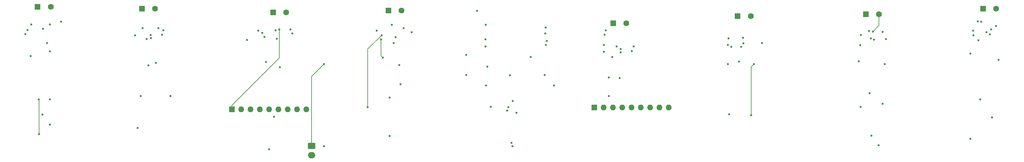
<source format=gbr>
%TF.GenerationSoftware,KiCad,Pcbnew,8.0.8*%
%TF.CreationDate,2025-05-04T20:59:53-05:00*%
%TF.ProjectId,Feedback_sleeve,46656564-6261-4636-9b5f-736c65657665,rev?*%
%TF.SameCoordinates,Original*%
%TF.FileFunction,Copper,L2,Inr*%
%TF.FilePolarity,Positive*%
%FSLAX46Y46*%
G04 Gerber Fmt 4.6, Leading zero omitted, Abs format (unit mm)*
G04 Created by KiCad (PCBNEW 8.0.8) date 2025-05-04 20:59:53*
%MOMM*%
%LPD*%
G01*
G04 APERTURE LIST*
G04 Aperture macros list*
%AMRoundRect*
0 Rectangle with rounded corners*
0 $1 Rounding radius*
0 $2 $3 $4 $5 $6 $7 $8 $9 X,Y pos of 4 corners*
0 Add a 4 corners polygon primitive as box body*
4,1,4,$2,$3,$4,$5,$6,$7,$8,$9,$2,$3,0*
0 Add four circle primitives for the rounded corners*
1,1,$1+$1,$2,$3*
1,1,$1+$1,$4,$5*
1,1,$1+$1,$6,$7*
1,1,$1+$1,$8,$9*
0 Add four rect primitives between the rounded corners*
20,1,$1+$1,$2,$3,$4,$5,0*
20,1,$1+$1,$4,$5,$6,$7,0*
20,1,$1+$1,$6,$7,$8,$9,0*
20,1,$1+$1,$8,$9,$2,$3,0*%
G04 Aperture macros list end*
%TA.AperFunction,ComponentPad*%
%ADD10RoundRect,0.250000X-0.550000X-0.550000X0.550000X-0.550000X0.550000X0.550000X-0.550000X0.550000X0*%
%TD*%
%TA.AperFunction,ComponentPad*%
%ADD11C,1.600000*%
%TD*%
%TA.AperFunction,ComponentPad*%
%ADD12R,1.600000X1.600000*%
%TD*%
%TA.AperFunction,ComponentPad*%
%ADD13O,1.600000X1.600000*%
%TD*%
%TA.AperFunction,ComponentPad*%
%ADD14RoundRect,0.250000X-0.750000X0.600000X-0.750000X-0.600000X0.750000X-0.600000X0.750000X0.600000X0*%
%TD*%
%TA.AperFunction,ComponentPad*%
%ADD15O,2.000000X1.700000*%
%TD*%
%TA.AperFunction,ViaPad*%
%ADD16C,0.600000*%
%TD*%
%TA.AperFunction,Conductor*%
%ADD17C,0.200000*%
%TD*%
G04 APERTURE END LIST*
D10*
%TO.N,Net-(J7-Pin_1)*%
%TO.C,J7*%
X242900000Y-17500000D03*
D11*
%TO.N,Net-(J7-Pin_2)*%
X246500000Y-17500000D03*
%TD*%
D10*
%TO.N,Net-(J8-Pin_1)*%
%TO.C,J8*%
X274900000Y-16000000D03*
D11*
%TO.N,Net-(J8-Pin_2)*%
X278500000Y-16000000D03*
%TD*%
D10*
%TO.N,Net-(J2-Pin_1)*%
%TO.C,J2*%
X45200000Y-16000000D03*
D11*
%TO.N,Net-(J2-Pin_2)*%
X48800000Y-16000000D03*
%TD*%
D10*
%TO.N,Net-(J6-Pin_1)*%
%TO.C,J6*%
X207900000Y-18000000D03*
D11*
%TO.N,Net-(J6-Pin_2)*%
X211500000Y-18000000D03*
%TD*%
D10*
%TO.N,Net-(J3-Pin_1)*%
%TO.C,J3*%
X81000000Y-17000000D03*
D11*
%TO.N,Net-(J3-Pin_2)*%
X84600000Y-17000000D03*
%TD*%
D12*
%TO.N,Net-(RN1-common)*%
%TO.C,RN2*%
X69760000Y-43500000D03*
D13*
%TO.N,Net-(RN2-R1)*%
X72300000Y-43500000D03*
%TO.N,Net-(RN2-R2)*%
X74840000Y-43500000D03*
%TO.N,Net-(RN2-R3)*%
X77380000Y-43500000D03*
%TO.N,Net-(RN2-R4)*%
X79920000Y-43500000D03*
%TO.N,Net-(RN2-R5)*%
X82460000Y-43500000D03*
%TO.N,Net-(RN2-R6)*%
X85000000Y-43500000D03*
%TO.N,Net-(RN2-R7)*%
X87540000Y-43500000D03*
%TO.N,Net-(RN2-R8)*%
X90080000Y-43500000D03*
%TD*%
D14*
%TO.N,Net-(J9-Pin_1)*%
%TO.C,J9*%
X91500000Y-53500000D03*
D15*
%TO.N,Net-(J9-Pin_2)*%
X91500000Y-56000000D03*
%TD*%
D10*
%TO.N,Net-(J4-Pin_1)*%
%TO.C,J4*%
X112500000Y-16500000D03*
D11*
%TO.N,Net-(J4-Pin_2)*%
X116100000Y-16500000D03*
%TD*%
D12*
%TO.N,Net-(RN1-common)*%
%TO.C,RN1*%
X168760000Y-43000000D03*
D13*
%TO.N,Net-(RN1-R1)*%
X171300000Y-43000000D03*
%TO.N,Net-(RN1-R2)*%
X173840000Y-43000000D03*
%TO.N,Net-(RN1-R3)*%
X176380000Y-43000000D03*
%TO.N,Net-(RN1-R4)*%
X178920000Y-43000000D03*
%TO.N,Net-(RN1-R5)*%
X181460000Y-43000000D03*
%TO.N,Net-(RN1-R6)*%
X184000000Y-43000000D03*
%TO.N,Net-(RN1-R7)*%
X186540000Y-43000000D03*
%TO.N,Net-(RN1-R8)*%
X189080000Y-43000000D03*
%TD*%
D10*
%TO.N,Net-(J1-Pin_1)*%
%TO.C,J1*%
X16700000Y-15500000D03*
D11*
%TO.N,Net-(J1-Pin_2)*%
X20300000Y-15500000D03*
%TD*%
D10*
%TO.N,Net-(J5-Pin_1)*%
%TO.C,J5*%
X173900000Y-20000000D03*
D11*
%TO.N,Net-(J5-Pin_2)*%
X177500000Y-20000000D03*
%TD*%
D16*
%TO.N,Net-(U1-GND)*%
X17095500Y-50321100D03*
X171377100Y-27752000D03*
X205594700Y-44905300D03*
X14834800Y-28967500D03*
X179017600Y-27617400D03*
X47589500Y-23225400D03*
X110467800Y-24348000D03*
X172682700Y-34819700D03*
X112842700Y-40329300D03*
X208245400Y-30467500D03*
X50728400Y-23100000D03*
X209432800Y-25440000D03*
X272252400Y-23280900D03*
X171566300Y-23086900D03*
X79067000Y-30518700D03*
X46961400Y-31470500D03*
X244401700Y-50745200D03*
X243947400Y-39076400D03*
X44866000Y-39904100D03*
X17001400Y-40829300D03*
X240951400Y-30411500D03*
X274157400Y-40829300D03*
X78663200Y-23693200D03*
X271418700Y-28282100D03*
X110979400Y-29408200D03*
X155457500Y-21133100D03*
X13395100Y-22941500D03*
X214570700Y-25376200D03*
X245123800Y-24500000D03*
%TO.N,Net-(U2-REG)*%
X274410700Y-19564400D03*
X279125700Y-29974700D03*
%TO.N,Net-(U4-REG)*%
X175674700Y-34923400D03*
%TO.N,Net-(U5-REG)*%
X113469400Y-20366500D03*
X115453800Y-31382200D03*
%TO.N,Net-(U10-REG)*%
X45411400Y-21344600D03*
X49065500Y-30811900D03*
%TO.N,Net-(U6-REG)*%
X15016300Y-20335300D03*
X20090700Y-47685200D03*
%TO.N,Net-(U9-REG)*%
X76938700Y-22008700D03*
X82922700Y-31970500D03*
%TO.N,Net-(U7-REG)*%
X243781600Y-22118400D03*
X246384400Y-53336900D03*
%TO.N,Net-(J1-Pin_1)*%
X19292700Y-25376200D03*
%TO.N,Net-(J1-Pin_2)*%
X23082700Y-19564400D03*
%TO.N,Net-(J2-Pin_2)*%
X51017600Y-21908700D03*
%TO.N,Net-(J2-Pin_1)*%
X47668900Y-24070700D03*
%TO.N,Net-(J3-Pin_2)*%
X85786700Y-21656900D03*
%TO.N,Net-(J3-Pin_1)*%
X86280400Y-22742700D03*
%TO.N,Net-(J4-Pin_1)*%
X114461700Y-23761600D03*
%TO.N,Net-(J4-Pin_2)*%
X118886400Y-22470300D03*
%TO.N,Net-(J5-Pin_2)*%
X179457200Y-26300300D03*
%TO.N,Net-(J5-Pin_1)*%
X175926200Y-27900000D03*
%TO.N,Net-(J6-Pin_1)*%
X208896100Y-26420700D03*
%TO.N,Net-(J7-Pin_1)*%
X248395400Y-24250000D03*
%TO.N,Net-(J7-Pin_2)*%
X244868400Y-22227600D03*
%TO.N,Net-(J8-Pin_1)*%
X276779600Y-23010400D03*
%TO.N,Net-(J8-Pin_2)*%
X277122500Y-21666800D03*
%TO.N,Net-(J9-Pin_1)*%
X145754700Y-34211000D03*
X94890700Y-31188000D03*
%TO.N,Net-(U1-PC01_A1_D1)*%
X173685700Y-29242000D03*
X171845900Y-21950500D03*
X139125100Y-20375000D03*
%TO.N,Net-(U1-PC05_A5_D5_SCL)*%
X139557100Y-31818900D03*
%TO.N,Net-(U1-PA03_A8_D8_SCK)*%
X82011000Y-24176200D03*
%TO.N,Net-(U1-PC00_A0_D0)*%
X273512700Y-19481600D03*
X273612700Y-24641500D03*
X136778700Y-16617400D03*
%TO.N,Net-(U1-PC06_A6_D6_TX)*%
X133786700Y-34093900D03*
X205249400Y-31188000D03*
X206170900Y-26416600D03*
%TO.N,Net-(U1-PC02_A2_D2)*%
X139058900Y-24413400D03*
X113954100Y-25376200D03*
%TO.N,Net-(U1-PA04_A9_D9_MISO)*%
X46445800Y-24270700D03*
X151344000Y-29168400D03*
%TO.N,Net-(U1-PC04_A4_D4_SDA)*%
X133786700Y-28647700D03*
%TO.N,Net-(U1-PC07_A7_D7_RX)*%
X155190200Y-34138800D03*
%TO.N,Net-(U1-PC03_A3_D3)*%
X139058900Y-26342800D03*
X241421900Y-25985700D03*
%TO.N,Net-(RN1-common)*%
X139214400Y-36999800D03*
X247484100Y-22339600D03*
X157739200Y-36999800D03*
X20092300Y-40829300D03*
X20090700Y-27682400D03*
X116668800Y-21334700D03*
X53002700Y-39905700D03*
X115830300Y-36619000D03*
X82695300Y-21708700D03*
X278429300Y-20774000D03*
X20090700Y-20330100D03*
X248039400Y-31188000D03*
X247482700Y-41982700D03*
X212337400Y-31188000D03*
X211578700Y-45078700D03*
X175924200Y-26989200D03*
X49716200Y-21330200D03*
X155381200Y-22754500D03*
X209417200Y-23983900D03*
%TO.N,Net-(RN1-R6)*%
X81279700Y-45523400D03*
X81692800Y-21917300D03*
%TO.N,Net-(RN1-R7)*%
X205374400Y-24104900D03*
%TO.N,Net-(RN1-R2)*%
X18070000Y-44981300D03*
X18194400Y-21458700D03*
%TO.N,Net-(RN1-R8)*%
X205233400Y-25927500D03*
%TO.N,Net-(RN1-R5)*%
X78041100Y-22633100D03*
X79930700Y-54435200D03*
%TO.N,Net-(RN1-R3)*%
X43340400Y-23250000D03*
X44026700Y-48623400D03*
%TO.N,Net-(RN1-R1)*%
X13996600Y-21818200D03*
X145314800Y-42912200D03*
%TO.N,Net-(RN1-R4)*%
X144991400Y-43836400D03*
%TO.N,Net-(RN2-R5)*%
X277402700Y-45717500D03*
X275844500Y-22470700D03*
%TO.N,Net-(RN2-R6)*%
X146389300Y-53624600D03*
X272168000Y-21999100D03*
X94871000Y-53624600D03*
X271418700Y-51529300D03*
%TO.N,Net-(RN2-R7)*%
X155792100Y-24795800D03*
X147504600Y-44475500D03*
X244286900Y-24161600D03*
%TO.N,Net-(RN2-R4)*%
X146160000Y-52645400D03*
X171326500Y-25862500D03*
X155558000Y-25896600D03*
%TO.N,Net-(RN2-R8)*%
X241531400Y-23154400D03*
X241498700Y-42811600D03*
%TO.N,Net-(RN2-R2)*%
X140461900Y-42812200D03*
X106858700Y-42942100D03*
X110618800Y-23261600D03*
%TO.N,Net-(RN2-R3)*%
X172682700Y-39905700D03*
X174878000Y-26284700D03*
X146470800Y-41259900D03*
%TO.N,Net-(RN2-R1)*%
X73946700Y-24529200D03*
X112842700Y-50827800D03*
X109318900Y-22028000D03*
%TD*%
D17*
%TO.N,Net-(U1-GND)*%
X110467800Y-24348000D02*
X110467800Y-28896600D01*
X110467800Y-28896600D02*
X110979400Y-29408200D01*
X17001400Y-40829300D02*
X17095500Y-40923400D01*
X17095500Y-40923400D02*
X17095500Y-50321100D01*
%TO.N,Net-(J7-Pin_2)*%
X246500000Y-17500000D02*
X246500000Y-20596000D01*
X246500000Y-20596000D02*
X244868400Y-22227600D01*
%TO.N,Net-(J9-Pin_1)*%
X91500000Y-34578700D02*
X91500000Y-53500000D01*
X94890700Y-31188000D02*
X91500000Y-34578700D01*
%TO.N,Net-(RN1-common)*%
X211578700Y-31946700D02*
X212337400Y-31188000D01*
X211578700Y-45078700D02*
X211578700Y-31946700D01*
X82695300Y-29463000D02*
X82695300Y-21708700D01*
X69760000Y-42398300D02*
X82695300Y-29463000D01*
X69760000Y-43500000D02*
X69760000Y-42398300D01*
%TO.N,Net-(RN2-R2)*%
X106858700Y-27021700D02*
X110618800Y-23261600D01*
X106858700Y-42942100D02*
X106858700Y-27021700D01*
%TD*%
M02*

</source>
